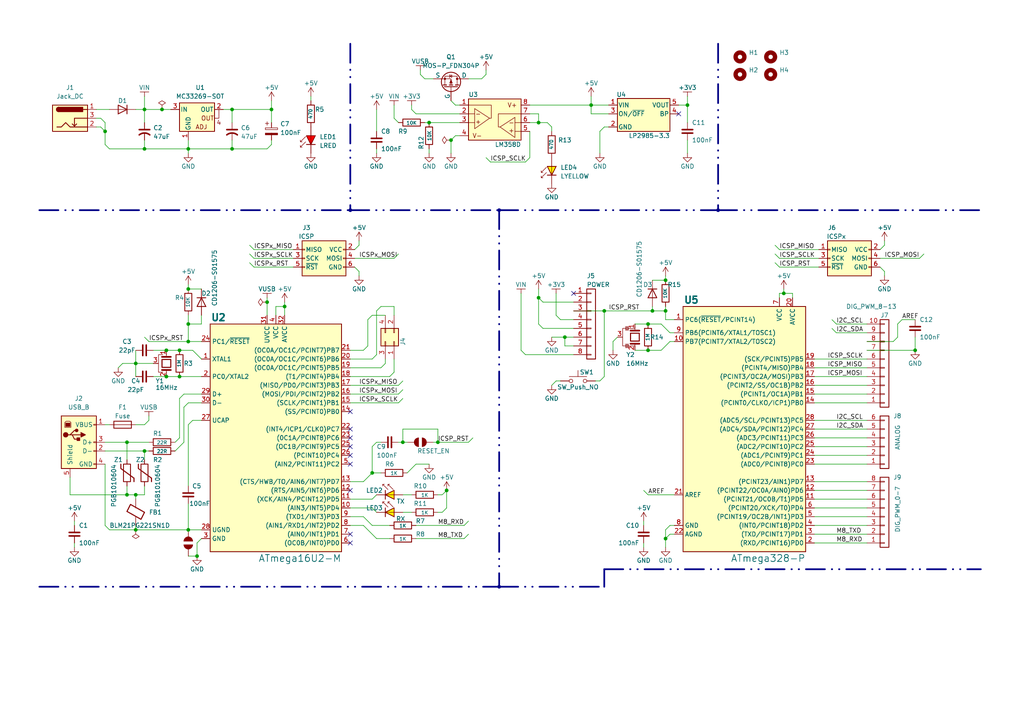
<source format=kicad_sch>
(kicad_sch (version 20230121) (generator eeschema)
  (paper "A4")
  (junction (at 129.54 142.24))
  (junction (at 82.55 88.9))
  (junction (at 199.39 30.48))
  (junction (at 48.26 101.6))
  (junction (at 52.07 109.22))
  (junction (at 156.21 86.36))
  (junction (at 144.78 170.18))
  (junction (at 187.96 93.98))
  (junction (at 227.33 85.09))
  (junction (at 54.61 153.67))
  (junction (at 265.43 101.6))
  (junction (at 46.99 31.75))
  (junction (at 52.07 101.6))
  (junction (at 54.61 99.06))
  (junction (at 39.37 153.67))
  (junction (at 41.91 43.18))
  (junction (at 30.48 38.1))
  (junction (at 193.04 156.21))
  (junction (at 41.91 130.81))
  (junction (at 193.04 90.17))
  (junction (at 175.26 90.17))
  (junction (at 127 128.27))
  (junction (at 54.61 43.18))
  (junction (at 57.15 161.29))
  (junction (at 116.84 128.27))
  (junction (at 41.91 31.75))
  (junction (at 163.83 97.79))
  (junction (at 67.31 31.75))
  (junction (at 39.37 105.41))
  (junction (at 124.46 35.56))
  (junction (at 101.6 60.96))
  (junction (at 189.23 90.17))
  (junction (at 77.47 87.63))
  (junction (at 156.21 35.56))
  (junction (at 193.04 81.28))
  (junction (at 171.45 30.48))
  (junction (at 54.61 93.98))
  (junction (at 208.28 60.96))
  (junction (at 36.83 128.27))
  (junction (at 36.83 143.51))
  (junction (at 130.81 40.64))
  (junction (at 78.74 31.75))
  (junction (at 54.61 83.82))
  (junction (at 187.96 101.6))
  (junction (at 39.37 143.51))
  (junction (at 107.95 137.16))
  (junction (at 48.26 109.22))
  (junction (at 144.78 60.96))
  (junction (at 67.31 43.18))
  (no_connect (at 101.6 157.48))
  (no_connect (at 196.85 33.02))
  (no_connect (at 101.6 132.08))
  (no_connect (at 101.6 124.46))
  (no_connect (at 166.37 85.09))
  (no_connect (at 101.6 142.24))
  (no_connect (at 101.6 134.62))
  (no_connect (at 101.6 154.94))
  (no_connect (at 101.6 129.54))
  (no_connect (at 101.6 127))
  (no_connect (at 101.6 119.38))
  (wire (pts (xy 129.54 142.24) (xy 128.27 143.51)))
  (wire (pts (xy 31.75 153.67) (xy 39.37 153.67)))
  (wire (pts (xy 21.59 151.13) (xy 21.59 152.4)))
  (wire (pts (xy 236.22 124.46) (xy 251.46 124.46)))
  (wire (pts (xy 107.95 91.44) (xy 111.76 91.44)))
  (wire (pts (xy 107.95 129.54) (xy 107.95 137.16)))
  (wire (pts (xy 41.91 31.75) (xy 46.99 31.75)))
  (wire (pts (xy 114.3 107.95) (xy 113.03 109.22)))
  (wire (pts (xy 156.21 33.02) (xy 156.21 35.56)))
  (bus (pts (xy 175.26 165.1) (xy 284.48 165.1)) (stroke (width 0.5) (type dash_dot_dot)))
  (wire (pts (xy 30.48 130.81) (xy 41.91 130.81)))
  (wire (pts (xy 171.45 33.02) (xy 176.53 33.02)))
  (wire (pts (xy 224.79 71.12) (xy 226.06 72.39)))
  (wire (pts (xy 166.37 95.25) (xy 157.48 95.25)))
  (wire (pts (xy 58.42 104.14) (xy 55.88 101.6)))
  (wire (pts (xy 80.01 88.9) (xy 82.55 88.9)))
  (wire (pts (xy 195.58 152.4) (xy 194.31 152.4)))
  (wire (pts (xy 73.66 77.47) (xy 85.09 77.47)))
  (wire (pts (xy 55.88 121.92) (xy 54.61 123.19)))
  (wire (pts (xy 39.37 123.19) (xy 41.91 123.19)))
  (wire (pts (xy 120.65 33.02) (xy 133.35 33.02)))
  (wire (pts (xy 44.45 101.6) (xy 48.26 101.6)))
  (bus (pts (xy 11.43 170.18) (xy 144.78 170.18)) (stroke (width 0.5) (type dash_dot_dot)))
  (wire (pts (xy 255.27 77.47) (xy 256.54 78.74)))
  (wire (pts (xy 54.61 93.98) (xy 54.61 99.06)))
  (wire (pts (xy 116.84 128.27) (xy 115.57 128.27)))
  (wire (pts (xy 39.37 152.4) (xy 39.37 153.67)))
  (wire (pts (xy 31.75 43.18) (xy 41.91 43.18)))
  (wire (pts (xy 166.37 102.87) (xy 152.4 102.87)))
  (wire (pts (xy 127 124.46) (xy 127 128.27)))
  (wire (pts (xy 35.56 105.41) (xy 34.29 106.68)))
  (wire (pts (xy 160.02 36.83) (xy 158.75 35.56)))
  (wire (pts (xy 124.46 43.18) (xy 124.46 44.45)))
  (wire (pts (xy 173.99 38.1) (xy 173.99 44.45)))
  (wire (pts (xy 236.22 121.92) (xy 251.46 121.92)))
  (wire (pts (xy 111.76 104.14) (xy 111.76 105.41)))
  (wire (pts (xy 82.55 88.9) (xy 82.55 91.44)))
  (wire (pts (xy 236.22 129.54) (xy 251.46 129.54)))
  (wire (pts (xy 29.21 36.83) (xy 30.48 38.1)))
  (wire (pts (xy 121.92 20.32) (xy 121.92 21.59)))
  (wire (pts (xy 82.55 87.63) (xy 82.55 88.9)))
  (wire (pts (xy 114.3 104.14) (xy 114.3 107.95)))
  (wire (pts (xy 119.38 30.48) (xy 119.38 31.75)))
  (wire (pts (xy 227.33 83.82) (xy 227.33 85.09)))
  (wire (pts (xy 134.62 156.21) (xy 135.89 154.94)))
  (wire (pts (xy 242.57 96.52) (xy 251.46 96.52)))
  (wire (pts (xy 160.02 38.1) (xy 160.02 36.83)))
  (wire (pts (xy 30.48 41.91) (xy 30.48 38.1)))
  (wire (pts (xy 256.54 69.85) (xy 256.54 71.12)))
  (wire (pts (xy 114.3 74.93) (xy 115.57 73.66)))
  (wire (pts (xy 109.22 43.18) (xy 109.22 44.45)))
  (wire (pts (xy 106.68 100.33) (xy 105.41 101.6)))
  (wire (pts (xy 107.95 91.44) (xy 106.68 92.71)))
  (wire (pts (xy 114.3 88.9) (xy 110.49 88.9)))
  (wire (pts (xy 256.54 78.74) (xy 256.54 80.01)))
  (wire (pts (xy 236.22 157.48) (xy 251.46 157.48)))
  (wire (pts (xy 101.6 147.32) (xy 107.95 147.32)))
  (wire (pts (xy 153.67 30.48) (xy 171.45 30.48)))
  (wire (pts (xy 20.32 138.43) (xy 20.32 143.51)))
  (wire (pts (xy 115.57 116.84) (xy 116.84 115.57)))
  (bus (pts (xy 144.78 60.96) (xy 208.28 60.96)) (stroke (width 0.5) (type dash_dot_dot)))
  (wire (pts (xy 30.48 35.56) (xy 30.48 38.1)))
  (wire (pts (xy 110.49 128.27) (xy 109.22 128.27)))
  (wire (pts (xy 27.94 36.83) (xy 29.21 36.83)))
  (wire (pts (xy 194.31 152.4) (xy 193.04 153.67)))
  (wire (pts (xy 236.22 114.3) (xy 251.46 114.3)))
  (wire (pts (xy 193.04 80.01) (xy 193.04 81.28)))
  (wire (pts (xy 54.61 43.18) (xy 67.31 43.18)))
  (wire (pts (xy 132.08 39.37) (xy 133.35 39.37)))
  (wire (pts (xy 123.19 22.86) (xy 125.73 22.86)))
  (wire (pts (xy 193.04 90.17) (xy 193.04 92.71)))
  (wire (pts (xy 199.39 40.64) (xy 199.39 44.45)))
  (wire (pts (xy 175.26 90.17) (xy 175.26 109.22)))
  (wire (pts (xy 236.22 147.32) (xy 251.46 147.32)))
  (wire (pts (xy 30.48 134.62) (xy 30.48 152.4)))
  (wire (pts (xy 106.68 92.71) (xy 106.68 100.33)))
  (wire (pts (xy 160.02 97.79) (xy 163.83 97.79)))
  (wire (pts (xy 140.97 21.59) (xy 139.7 22.86)))
  (wire (pts (xy 101.6 106.68) (xy 110.49 106.68)))
  (wire (pts (xy 236.22 154.94) (xy 251.46 154.94)))
  (wire (pts (xy 153.67 38.1) (xy 153.67 45.72)))
  (wire (pts (xy 127 128.27) (xy 125.73 128.27)))
  (wire (pts (xy 104.14 69.85) (xy 104.14 71.12)))
  (wire (pts (xy 110.49 88.9) (xy 109.22 90.17)))
  (wire (pts (xy 162.56 110.49) (xy 161.29 110.49)))
  (wire (pts (xy 163.83 97.79) (xy 163.83 100.33)))
  (wire (pts (xy 236.22 139.7) (xy 251.46 139.7)))
  (wire (pts (xy 236.22 106.68) (xy 251.46 106.68)))
  (wire (pts (xy 194.31 154.94) (xy 193.04 156.21)))
  (wire (pts (xy 78.74 29.21) (xy 78.74 31.75)))
  (wire (pts (xy 124.46 134.62) (xy 120.65 134.62)))
  (wire (pts (xy 78.74 40.64) (xy 78.74 41.91)))
  (wire (pts (xy 101.6 152.4) (xy 105.41 152.4)))
  (wire (pts (xy 135.89 128.27) (xy 137.16 127)))
  (wire (pts (xy 29.21 34.29) (xy 30.48 35.56)))
  (wire (pts (xy 46.99 31.75) (xy 49.53 31.75)))
  (wire (pts (xy 241.3 92.71) (xy 242.57 93.98)))
  (wire (pts (xy 194.31 96.52) (xy 191.77 93.98)))
  (wire (pts (xy 120.65 33.02) (xy 119.38 31.75)))
  (wire (pts (xy 130.81 40.64) (xy 130.81 44.45)))
  (wire (pts (xy 184.15 93.98) (xy 187.96 93.98)))
  (wire (pts (xy 54.61 123.19) (xy 54.61 140.97)))
  (wire (pts (xy 77.47 43.18) (xy 78.74 41.91)))
  (wire (pts (xy 176.53 36.83) (xy 175.26 36.83)))
  (wire (pts (xy 54.61 83.82) (xy 58.42 83.82)))
  (wire (pts (xy 151.13 85.09) (xy 151.13 101.6)))
  (wire (pts (xy 115.57 111.76) (xy 116.84 110.49)))
  (bus (pts (xy 101.6 60.96) (xy 144.78 60.96)) (stroke (width 0.5) (type dash_dot_dot)))
  (wire (pts (xy 199.39 30.48) (xy 199.39 35.56)))
  (wire (pts (xy 72.39 71.12) (xy 73.66 72.39)))
  (wire (pts (xy 101.6 149.86) (xy 105.41 149.86)))
  (wire (pts (xy 41.91 40.64) (xy 41.91 43.18)))
  (wire (pts (xy 171.45 30.48) (xy 171.45 33.02)))
  (wire (pts (xy 41.91 97.79) (xy 43.18 99.06)))
  (wire (pts (xy 39.37 105.41) (xy 44.45 105.41)))
  (wire (pts (xy 101.6 144.78) (xy 107.95 144.78)))
  (wire (pts (xy 195.58 96.52) (xy 194.31 96.52)))
  (wire (pts (xy 153.67 35.56) (xy 156.21 35.56)))
  (wire (pts (xy 255.27 74.93) (xy 266.7 74.93)))
  (wire (pts (xy 73.66 72.39) (xy 85.09 72.39)))
  (wire (pts (xy 193.04 158.75) (xy 193.04 156.21)))
  (wire (pts (xy 109.22 90.17) (xy 109.22 102.87)))
  (wire (pts (xy 102.87 72.39) (xy 104.14 71.12)))
  (wire (pts (xy 39.37 105.41) (xy 39.37 109.22)))
  (wire (pts (xy 67.31 35.56) (xy 67.31 31.75)))
  (wire (pts (xy 261.62 92.71) (xy 265.43 92.71)))
  (bus (pts (xy 11.43 60.96) (xy 101.6 60.96)) (stroke (width 0.5) (type dash_dot_dot)))
  (wire (pts (xy 163.83 100.33) (xy 166.37 100.33)))
  (wire (pts (xy 77.47 87.63) (xy 77.47 91.44)))
  (wire (pts (xy 72.39 76.2) (xy 73.66 77.47)))
  (bus (pts (xy 208.28 12.7) (xy 208.28 60.96)) (stroke (width 0.5) (type dash_dot_dot)))
  (wire (pts (xy 251.46 101.6) (xy 265.43 101.6)))
  (wire (pts (xy 58.42 91.44) (xy 58.42 93.98)))
  (wire (pts (xy 43.18 99.06) (xy 54.61 99.06)))
  (wire (pts (xy 157.48 95.25) (xy 156.21 93.98)))
  (wire (pts (xy 54.61 44.45) (xy 54.61 43.18)))
  (wire (pts (xy 109.22 102.87) (xy 107.95 104.14)))
  (wire (pts (xy 193.04 88.9) (xy 193.04 90.17)))
  (wire (pts (xy 236.22 109.22) (xy 251.46 109.22)))
  (wire (pts (xy 67.31 31.75) (xy 64.77 31.75)))
  (wire (pts (xy 135.89 22.86) (xy 139.7 22.86)))
  (wire (pts (xy 78.74 31.75) (xy 67.31 31.75)))
  (wire (pts (xy 54.61 40.64) (xy 54.61 43.18)))
  (wire (pts (xy 57.15 157.48) (xy 57.15 161.29)))
  (wire (pts (xy 129.54 142.24) (xy 129.54 147.32)))
  (wire (pts (xy 124.46 35.56) (xy 133.35 35.56)))
  (wire (pts (xy 107.95 137.16) (xy 110.49 137.16)))
  (wire (pts (xy 140.97 20.32) (xy 140.97 21.59)))
  (wire (pts (xy 161.29 110.49) (xy 160.02 111.76)))
  (wire (pts (xy 120.65 156.21) (xy 134.62 156.21)))
  (wire (pts (xy 118.11 137.16) (xy 120.65 134.62)))
  (wire (pts (xy 242.57 93.98) (xy 251.46 93.98)))
  (wire (pts (xy 90.17 27.94) (xy 90.17 29.21)))
  (wire (pts (xy 72.39 73.66) (xy 73.66 74.93)))
  (wire (pts (xy 115.57 114.3) (xy 116.84 113.03)))
  (wire (pts (xy 265.43 97.79) (xy 265.43 101.6)))
  (wire (pts (xy 266.7 74.93) (xy 267.97 73.66)))
  (wire (pts (xy 105.41 149.86) (xy 107.95 152.4)))
  (wire (pts (xy 54.61 153.67) (xy 58.42 153.67)))
  (wire (pts (xy 157.48 87.63) (xy 156.21 86.36)))
  (wire (pts (xy 107.95 144.78) (xy 109.22 143.51)))
  (wire (pts (xy 152.4 102.87) (xy 151.13 101.6)))
  (wire (pts (xy 116.84 128.27) (xy 118.11 128.27)))
  (wire (pts (xy 186.69 151.13) (xy 186.69 152.4)))
  (wire (pts (xy 54.61 93.98) (xy 58.42 93.98)))
  (wire (pts (xy 54.61 82.55) (xy 54.61 83.82)))
  (wire (pts (xy 52.07 109.22) (xy 58.42 109.22)))
  (wire (pts (xy 54.61 91.44) (xy 54.61 93.98)))
  (wire (pts (xy 251.46 99.06) (xy 259.08 99.06)))
  (wire (pts (xy 226.06 77.47) (xy 237.49 77.47)))
  (wire (pts (xy 67.31 40.64) (xy 67.31 43.18)))
  (wire (pts (xy 41.91 130.81) (xy 41.91 133.35)))
  (bus (pts (xy 144.78 60.96) (xy 144.78 170.18)) (stroke (width 0.5) (type dash_dot_dot)))
  (wire (pts (xy 236.22 152.4) (xy 251.46 152.4)))
  (wire (pts (xy 156.21 35.56) (xy 158.75 35.56)))
  (wire (pts (xy 52.07 115.57) (xy 52.07 127)))
  (bus (pts (xy 144.78 170.18) (xy 175.26 170.18)) (stroke (width 0.5) (type dash_dot_dot)))
  (wire (pts (xy 58.42 114.3) (xy 53.34 114.3)))
  (wire (pts (xy 30.48 128.27) (xy 36.83 128.27)))
  (wire (pts (xy 166.37 92.71) (xy 162.56 92.71)))
  (wire (pts (xy 36.83 143.51) (xy 39.37 143.51)))
  (wire (pts (xy 127 148.59) (xy 128.27 148.59)))
  (wire (pts (xy 39.37 153.67) (xy 54.61 153.67)))
  (wire (pts (xy 189.23 81.28) (xy 193.04 81.28)))
  (wire (pts (xy 236.22 142.24) (xy 251.46 142.24)))
  (wire (pts (xy 107.95 137.16) (xy 105.41 139.7)))
  (wire (pts (xy 224.79 73.66) (xy 226.06 74.93)))
  (wire (pts (xy 58.42 99.06) (xy 54.61 99.06)))
  (wire (pts (xy 196.85 30.48) (xy 199.39 30.48)))
  (wire (pts (xy 189.23 90.17) (xy 193.04 90.17)))
  (wire (pts (xy 58.42 116.84) (xy 54.61 116.84)))
  (wire (pts (xy 259.08 99.06) (xy 260.35 97.79)))
  (wire (pts (xy 44.45 109.22) (xy 48.26 109.22)))
  (wire (pts (xy 53.34 114.3) (xy 52.07 115.57)))
  (wire (pts (xy 227.33 85.09) (xy 229.87 85.09)))
  (wire (pts (xy 132.08 39.37) (xy 130.81 40.64)))
  (wire (pts (xy 43.18 120.65) (xy 43.18 121.92)))
  (wire (pts (xy 229.87 85.09) (xy 229.87 86.36)))
  (wire (pts (xy 187.96 101.6) (xy 191.77 101.6)))
  (wire (pts (xy 55.88 121.92) (xy 58.42 121.92)))
  (wire (pts (xy 187.96 93.98) (xy 191.77 93.98)))
  (wire (pts (xy 236.22 116.84) (xy 251.46 116.84)))
  (wire (pts (xy 41.91 140.97) (xy 41.91 143.51)))
  (wire (pts (xy 102.87 74.93) (xy 114.3 74.93)))
  (wire (pts (xy 73.66 74.93) (xy 85.09 74.93)))
  (wire (pts (xy 236.22 144.78) (xy 251.46 144.78)))
  (wire (pts (xy 116.84 148.59) (xy 119.38 148.59)))
  (wire (pts (xy 123.19 22.86) (xy 121.92 21.59)))
  (wire (pts (xy 236.22 132.08) (xy 251.46 132.08)))
  (wire (pts (xy 113.03 156.21) (xy 109.22 156.21)))
  (wire (pts (xy 171.45 30.48) (xy 176.53 30.48)))
  (wire (pts (xy 39.37 101.6) (xy 39.37 105.41)))
  (wire (pts (xy 54.61 146.05) (xy 54.61 153.67)))
  (wire (pts (xy 58.42 156.21) (xy 57.15 157.48)))
  (wire (pts (xy 236.22 149.86) (xy 251.46 149.86)))
  (wire (pts (xy 194.31 99.06) (xy 191.77 101.6)))
  (wire (pts (xy 236.22 104.14) (xy 251.46 104.14)))
  (wire (pts (xy 111.76 105.41) (xy 110.49 106.68)))
  (wire (pts (xy 236.22 134.62) (xy 251.46 134.62)))
  (wire (pts (xy 102.87 77.47) (xy 104.14 78.74)))
  (wire (pts (xy 20.32 143.51) (xy 36.83 143.51)))
  (wire (pts (xy 193.04 92.71) (xy 195.58 92.71)))
  (wire (pts (xy 41.91 43.18) (xy 54.61 43.18)))
  (bus (pts (xy 175.26 170.18) (xy 175.26 165.1)) (stroke (width 0.5) (type dash_dot_dot)))
  (wire (pts (xy 171.45 27.94) (xy 171.45 30.48)))
  (wire (pts (xy 54.61 116.84) (xy 53.34 118.11)))
  (wire (pts (xy 114.3 88.9) (xy 114.3 91.44)))
  (wire (pts (xy 52.07 127) (xy 50.8 128.27)))
  (wire (pts (xy 109.22 31.75) (xy 109.22 38.1)))
  (wire (pts (xy 101.6 116.84) (xy 115.57 116.84)))
  (wire (pts (xy 226.06 72.39) (xy 237.49 72.39)))
  (wire (pts (xy 194.31 99.06) (xy 195.58 99.06)))
  (wire (pts (xy 80.01 88.9) (xy 80.01 91.44)))
  (wire (pts (xy 54.61 161.29) (xy 57.15 161.29)))
  (wire (pts (xy 152.4 46.99) (xy 142.24 46.99)))
  (wire (pts (xy 39.37 144.78) (xy 39.37 143.51)))
  (wire (pts (xy 153.67 45.72) (xy 152.4 46.99)))
  (wire (pts (xy 36.83 128.27) (xy 43.18 128.27)))
  (wire (pts (xy 101.6 104.14) (xy 107.95 104.14)))
  (wire (pts (xy 39.37 31.75) (xy 41.91 31.75)))
  (wire (pts (xy 177.8 99.06) (xy 177.8 101.6)))
  (wire (pts (xy 27.94 31.75) (xy 31.75 31.75)))
  (wire (pts (xy 43.18 121.92) (xy 41.91 123.19)))
  (wire (pts (xy 21.59 157.48) (xy 21.59 158.75)))
  (wire (pts (xy 30.48 152.4) (xy 31.75 153.67)))
  (bus (pts (xy 208.28 60.96) (xy 285.75 60.96)) (stroke (width 0.5) (type dash_dot_dot)))
  (wire (pts (xy 175.26 36.83) (xy 173.99 38.1)))
  (wire (pts (xy 116.84 124.46) (xy 116.84 128.27)))
  (wire (pts (xy 161.29 85.09) (xy 161.29 91.44)))
  (wire (pts (xy 189.23 88.9) (xy 189.23 90.17)))
  (wire (pts (xy 107.95 152.4) (xy 113.03 152.4)))
  (wire (pts (xy 30.48 123.19) (xy 31.75 123.19)))
  (wire (pts (xy 226.06 85.09) (xy 227.33 85.09)))
  (wire (pts (xy 109.22 156.21) (xy 105.41 152.4)))
  (wire (pts (xy 101.6 109.22) (xy 113.03 109.22)))
  (wire (pts (xy 132.08 30.48) (xy 133.35 30.48)))
  (wire (pts (xy 120.65 152.4) (xy 134.62 152.4)))
  (wire (pts (xy 36.83 128.27) (xy 36.83 133.35)))
  (wire (pts (xy 195.58 143.51) (xy 187.96 143.51)))
  (wire (pts (xy 41.91 130.81) (xy 43.18 130.81)))
  (wire (pts (xy 53.34 128.27) (xy 50.8 130.81)))
  (wire (pts (xy 39.37 143.51) (xy 41.91 143.51)))
  (wire (pts (xy 153.67 33.02) (xy 156.21 33.02)))
  (wire (pts (xy 116.84 124.46) (xy 127 124.46)))
  (wire (pts (xy 109.22 128.27) (xy 107.95 129.54)))
  (wire (pts (xy 166.37 87.63) (xy 157.48 87.63)))
  (wire (pts (xy 193.04 153.67) (xy 193.04 156.21)))
  (wire (pts (xy 36.83 140.97) (xy 36.83 143.51)))
  (wire (pts (xy 236.22 111.76) (xy 251.46 111.76)))
  (wire (pts (xy 134.62 152.4) (xy 135.89 151.13)))
  (wire (pts (xy 48.26 101.6) (xy 52.07 101.6)))
  (wire (pts (xy 114.3 30.48) (xy 114.3 34.29)))
  (wire (pts (xy 179.07 97.79) (xy 177.8 99.06)))
  (wire (pts (xy 116.84 143.51) (xy 119.38 143.51)))
  (wire (pts (xy 156.21 86.36) (xy 156.21 93.98)))
  (wire (pts (xy 107.95 147.32) (xy 109.22 148.59)))
  (wire (pts (xy 48.26 109.22) (xy 52.07 109.22)))
  (wire (pts (xy 114.3 34.29) (xy 115.57 35.56)))
  (wire (pts (xy 78.74 35.56) (xy 78.74 31.75)))
  (wire (pts (xy 260.35 93.98) (xy 261.62 92.71)))
  (wire (pts (xy 101.6 101.6) (xy 105.41 101.6)))
  (wire (pts (xy 162.56 92.71) (xy 161.29 91.44)))
  (wire (pts (xy 173.99 110.49) (xy 175.26 109.22)))
  (wire (pts (xy 172.72 110.49) (xy 173.99 110.49)))
  (wire (pts (xy 104.14 78.74) (xy 104.14 80.01)))
  (wire (pts (xy 184.15 101.6) (xy 187.96 101.6)))
  (wire (pts (xy 52.07 101.6) (xy 55.88 101.6)))
  (wire (pts (xy 186.69 142.24) (xy 187.96 143.51)))
  (wire (pts (xy 195.58 154.94) (xy 194.31 154.94)))
  (wire (pts (xy 255.27 72.39) (xy 256.54 71.12)))
  (wire (pts (xy 27.94 34.29) (xy 29.21 34.29)))
  (wire (pts (xy 35.56 105.41) (xy 39.37 105.41)))
  (bus (pts (xy 101.6 12.7) (xy 101.6 60.96)) (stroke (width 0.5) (type dash_dot_dot)))
  (wire (pts (xy 226.06 85.09) (xy 226.06 86.36)))
  (wire (pts (xy 41.91 27.94) (xy 41.91 31.75)))
  (wire (pts (xy 260.35 97.79) (xy 260.35 93.98)))
  (wire (pts (xy 156.21 83.82) (xy 156.21 86.36)))
  (wire (pts (xy 127 143.51) (xy 128.27 143.51)))
  (wire (pts (xy 236.22 127) (xy 251.46 127)))
  (wire (pts (xy 226.06 74.93) (xy 237.49 74.93)))
  (wire (pts (xy 241.3 95.25) (xy 242.57 96.52)))
  (wire (pts (xy 67.31 43.18) (xy 77.47 43.18)))
  (wire (pts (xy 175.26 90.17) (xy 189.23 90.17)))
  (wire (pts (xy 224.79 76.2) (xy 226.06 77.47)))
  (wire (pts (xy 186.69 157.48) (xy 186.69 158.75)))
  (wire (pts (xy 123.19 35.56) (xy 124.46 35.56)))
  (wire (pts (xy 140.97 45.72) (xy 142.24 46.99)))
  (wire (pts (xy 101.6 111.76) (xy 115.57 111.76)))
  (wire (pts (xy 199.39 27.94) (xy 199.39 30.48)))
  (wire (pts (xy 101.6 139.7) (xy 105.41 139.7)))
  (wire (pts (xy 41.91 31.75) (xy 41.91 35.56)))
  (wire (pts (xy 101.6 114.3) (xy 115.57 114.3)))
  (wire (pts (xy 129.54 147.32) (xy 128.27 148.59)))
  (wire (pts (xy 166.37 90.17) (xy 175.26 90.17)))
  (wire (pts (xy 77.47 86.36) (xy 77.47 87.63)))
  (wire (pts (xy 163.83 97.79) (xy 166.37 97.79)))
  (wire (pts (xy 127 128.27) (xy 135.89 128.27)))
  (wire (pts (xy 130.81 29.21) (xy 132.08 30.48)))
  (wire (pts (xy 30.48 41.91) (xy 31.75 43.18)))
  (wire (pts (xy 53.34 118.11) (xy 53.34 128.27)))
  (label "ICSPx_MISO" (at 73.66 72.39 0))
  (label "M8_TXD" (at 242.57 154.94 0))
  (label "ICSPx_MOSI" (at 104.14 74.93 0))
  (label "I2C_SDA" (at 242.57 124.46 0))
  (label "ICSPx_RST" (at 73.66 77.47 0))
  (label "ICSP_MISO" (at 240.03 106.68 0))
  (label "ICSP_RST" (at 176.53 90.17 0))
  (label "ICSP_SCLK" (at 226.06 74.93 0))
  (label "I2C_SDA" (at 242.57 96.52 0))
  (label "AREF" (at 187.96 143.51 0))
  (label "ICSP_RST" (at 127 128.27 0))
  (label "M8_RXD" (at 242.57 157.48 0))
  (label "ICSPx_MISO" (at 104.14 111.76 0))
  (label "ICSP_RST" (at 226.06 77.47 0))
  (label "ICSP_SCLK" (at 240.03 104.14 0))
  (label "I2C_SCL" (at 242.57 93.98 0))
  (label "ICSP_MISO" (at 226.06 72.39 0))
  (label "ICSP_MOSI" (at 240.03 109.22 0))
  (label "ICSP_MOSI" (at 256.54 74.93 0))
  (label "M8_TXD" (at 127 156.21 0))
  (label "M8_RXD" (at 127 152.4 0))
  (label "ICSPx_MOSI" (at 104.14 114.3 0))
  (label "ICSPx_SCLK" (at 104.14 116.84 0))
  (label "ICSP_SCLK" (at 142.24 46.99 0))
  (label "ICSPx_SCLK" (at 73.66 74.93 0))
  (label "I2C_SCL" (at 242.57 121.92 0))
  (label "ICSPx_RST" (at 43.18 99.06 0))
  (label "AREF" (at 261.62 92.71 0))
  (symbol (lib_id "01pyzGeneral:GND") (at 124.46 134.62 0) (unit 1)
    (property "Reference" "#PWR022" (effects hide))
    (property "Value" "GND" (at 124.46 138.43 0))
  )
  (symbol (lib_id "02pyzPassive:R") (at 52.07 105.41 270) (unit 1)
    (property "Reference" "R3" (at 54.61 105.41 90))
    (property "Value" "1M" (at 51.97 105.41 0) (effects (font (size 1 1))))
    (property "Footprint" "02pyzPassive:R_0805_HandSolder" (effects hide))
  )
  (symbol (lib_id "04pyzConnector:Header_6P") (at 256.54 128.27 0) (mirror x) (unit 1)
    (property "Reference" "J8" (at 259.08 120.65 0) (effects (justify left)))
    (property "Value" "ANALOG" (at 260.35 123.19 90) (effects (justify left)))
    (property "Footprint" "04pyzConnector:PinSocket_1x06_P2.54mm_Vertical" (effects hide))
  )
  (symbol (lib_id "01pyzGeneral:GND") (at 109.22 44.45 0) (unit 1)
    (property "Reference" "#PWR017" (effects hide))
    (property "Value" "GND" (at 109.22 48.26 0))
  )
  (symbol (lib_id "02pyzPassive:R") (at 123.19 143.51 0) (unit 1)
    (property "Reference" "R10" (at 121.92 140.97 0))
    (property "Value" "1K" (at 123.19 143.61 0) (effects (font (size 1 1))))
    (property "Footprint" "02pyzPassive:R_0805_HandSolder" (effects hide))
  )
  (symbol (lib_id "02pyzPassive:C_Polar") (at 41.91 38.1 0) (unit 1)
    (property "Reference" "C2" (at 44.45 37.084 0) (effects (justify left)))
    (property "Value" "47uF" (at 44.45 39.624 0) (effects (justify left)))
    (property "Footprint" "02pyzPassive:C_Radial_D4.0mm_H5.0mm_P1.50mm" (effects hide))
  )
  (symbol (lib_id "01pyzGeneral:+5V") (at 171.45 27.94 0) (unit 1)
    (property "Reference" "#PWR032" (effects hide))
    (property "Value" "+5V" (at 171.45 24.13 0))
  )
  (symbol (lib_id "01pyzGeneral:+3V3") (at 161.29 85.09 0) (unit 1)
    (property "Reference" "#PWR031" (effects hide))
    (property "Value" "+3V3" (at 161.29 82.55 0))
  )
  (symbol (lib_id "01pyzGeneral:PWR_FLAG") (at 130.81 40.64 90) (unit 1)
    (property "Reference" "#FLG04" (effects hide))
    (property "Value" "PWR_FLAG" (effects hide))
  )
  (symbol (lib_id "02pyzPassive:Crystal_GND") (at 48.26 105.41 270) (unit 1)
    (property "Reference" "Y1" (at 45.085 110.49 90) (effects (justify left)))
    (property "Value" "16MHz" (at 45.085 112.395 90) (effects (justify left)))
    (property "Footprint" "02pyzPassive:Crystal_HC49-4H_Vertical_GND" (effects hide))
  )
  (symbol (lib_id "02pyzPassive:R") (at 119.38 35.56 0) (unit 1)
    (property "Reference" "R9" (at 116.84 38.1 0))
    (property "Value" "10K" (at 119.38 35.66 0) (effects (font (size 1 1))))
    (property "Footprint" "02pyzPassive:R_0805_HandSolder" (effects hide))
  )
  (symbol (lib_id "01pyzGeneral:+5V") (at 78.74 29.21 0) (unit 1)
    (property "Reference" "#PWR010" (effects hide))
    (property "Value" "+5V" (at 78.74 25.4 0))
  )
  (symbol (lib_id "04pyzConnector:AVR-ISP-6") (at 93.98 74.93 0) (unit 1)
    (property "Reference" "J3" (at 88.9 66.04 0))
    (property "Value" "ICSP" (at 88.9 68.58 0))
    (property "Footprint" "04pyzConnector:PinHeader_2x03_P2.54mm_Vertical" (effects hide))
    (property "Datasheet" " ~" (effects hide))
  )
  (symbol (lib_id "01pyzGeneral:GND") (at 124.46 44.45 0) (unit 1)
    (property "Reference" "#PWR021" (effects hide))
    (property "Value" "GND" (at 124.46 48.26 0))
  )
  (symbol (lib_id "04pyzConnector:Conn_02x02") (at 113.03 97.79 270) (mirror x) (unit 1)
    (property "Reference" "J4" (at 116.84 99.06 0))
    (property "Value" "Conn_02x02" (effects hide))
    (property "Footprint" "04pyzConnector:PinHeader_2x02_P2.54mm_Vertical" (effects hide))
  )
  (symbol (lib_id "04pyzConnector:AVR-ISP-6") (at 246.38 74.93 0) (unit 1)
    (property "Reference" "J6" (at 241.3 66.04 0))
    (property "Value" "ICSPx" (at 242.57 68.58 0))
    (property "Footprint" "04pyzConnector:PinHeader_2x03_P2.54mm_Vertical" (effects hide))
    (property "Datasheet" " ~" (effects hide))
  )
  (symbol (lib_id "01pyzGeneral:PWR_FLAG") (at 77.47 87.63 90) (unit 1)
    (property "Reference" "#FLG03" (effects hide))
    (property "Value" "PWR_FLAG" (effects hide))
  )
  (symbol (lib_id "01pyzGeneral:PWR_FLAG") (at 39.37 153.67 180) (unit 1)
    (property "Reference" "#FLG01" (effects hide))
    (property "Value" "PWR_FLAG" (effects hide))
  )
  (symbol (lib_id "01pyzGeneral:+5V") (at 186.69 151.13 0) (unit 1)
    (property "Reference" "#PWR035" (effects hide))
    (property "Value" "+5V" (at 186.69 147.32 0))
  )
  (symbol (lib_id "01pyzGeneral:VUSB") (at 77.47 86.36 0) (unit 1)
    (property "Reference" "#PWR09" (effects hide))
    (property "Value" "VUSB" (at 77.47 83.82 0))
  )
  (symbol (lib_id "01pyzGeneral:MountingHole") (at 214.63 21.59 0) (unit 1)
    (property "Reference" "H2" (at 217.17 20.32 0) (effects (justify left)))
    (property "Value" "MountingHole" (effects hide))
    (property "Footprint" "01pyzGeneral:MountingHole_3.2mm_M3" (effects hide))
  )
  (symbol (lib_id "02pyzPassive:C") (at 113.03 128.27 270) (mirror x) (unit 1)
    (property "Reference" "C9" (at 109.22 129.54 90) (effects (justify left)))
    (property "Value" "100nF" (at 109.22 132.08 90) (effects (justify left)))
    (property "Footprint" "02pyzPassive:C_0805_HandSolder" (effects hide))
  )
  (symbol (lib_id "04pyzConnector:Jack_DC") (at 20.32 34.29 0) (unit 1)
    (property "Reference" "J1" (at 20.32 25.4 0))
    (property "Value" "Jack_DC" (at 20.32 27.94 0))
    (property "Footprint" "04pyzConnector:JackDC_Input_3.5mm" (effects hide))
  )
  (symbol (lib_id "02pyzPassive:R") (at 114.3 137.16 0) (unit 1)
    (property "Reference" "R6" (at 113.03 134.62 0))
    (property "Value" "1K" (at 114.3 137.26 0) (effects (font (size 1 1))))
    (property "Footprint" "02pyzPassive:R_0805_HandSolder" (effects hide))
  )
  (symbol (lib_id "03pyzActive:D") (at 58.42 87.63 270) (unit 1)
    (property "Reference" "D2" (at 58.42 85.09 90) (effects (justify left)))
    (property "Value" "CD1206-S01575" (at 62.23 72.39 0) (effects (justify left)))
    (property "Footprint" "03pyzActive:D_1206_HandSolder" (effects hide))
    (property "Sim.Device" "D" (effects hide))
    (property "Sim.Pins" "1=K 2=A" (effects hide))
  )
  (symbol (lib_id "04pyzConnector:Header_8P") (at 256.54 148.59 0) (mirror x) (unit 1)
    (property "Reference" "J9" (at 259.08 138.43 0) (effects (justify left)))
    (property "Value" "DIG_PWM_0-7" (at 260.35 140.97 90) (effects (justify left)))
    (property "Footprint" "04pyzConnector:PinSocket_1x08_P2.54mm_Vertical" (effects hide))
  )
  (symbol (lib_id "02pyzPassive:R") (at 124.46 39.37 90) (unit 1)
    (property "Reference" "R12" (at 122.174 41.402 0))
    (property "Value" "10K" (at 124.56 39.37 0) (effects (font (size 1 1))))
    (property "Footprint" "02pyzPassive:R_0805_HandSolder" (effects hide))
  )
  (symbol (lib_id "02pyzPassive:Varistor") (at 36.83 137.16 90) (unit 1)
    (property "Reference" "Z1" (at 33.02 133.35 90) (effects (justify right)))
    (property "Value" "PGB1010604" (at 33.02 134.62 0) (effects (justify right)))
    (property "Footprint" "02pyzPassive:C_0603_HandSolder" (effects hide))
  )
  (symbol (lib_id "01pyzGeneral:GND") (at 177.8 101.6 0) (unit 1)
    (property "Reference" "#PWR034" (effects hide))
    (property "Value" "GND" (at 177.8 105.41 0))
  )
  (symbol (lib_id "07pyzIC_MCU:ATmega16U2-M") (at 80.01 127 0) (unit 1)
    (property "Reference" "U2" (at 60.96 92.075 0) (effects (font (size 2 2) bold) (justify left)))
    (property "Value" "ATmega16U2-M" (at 99.06 161.925 0) (effects (font (size 2 2)) (justify right)))
    (property "Footprint" "Package_DFN_QFN:QFN-32-1EP_5x5mm_P0.5mm_EP3.1x3.1mm" (effects hide))
    (property "Datasheet" "http://ww1.microchip.com/downloads/en/DeviceDoc/doc7799.pdf" (effects hide))
  )
  (symbol (lib_id "01pyzGeneral:VUSB") (at 43.18 120.65 0) (unit 1)
    (property "Reference" "#PWR05" (effects hide))
    (property "Value" "VUSB" (at 43.18 118.11 0))
  )
  (symbol (lib_id "01pyzGeneral:+5V") (at 256.54 69.85 0) (unit 1)
    (property "Reference" "#PWR042" (effects hide))
    (property "Value" "+5V" (at 256.54 66.04 0))
  )
  (symbol (lib_id "02pyzPassive:R") (at 193.04 85.09 270) (unit 1)
    (property "Reference" "R15" (at 195.58 82.55 90))
    (property "Value" "10K" (at 192.94 85.09 0) (effects (font (size 1 1))))
    (property "Footprint" "02pyzPassive:R_0805_HandSolder" (effects hide))
  )
  (symbol (lib_id "02pyzPassive:Fuse") (at 35.56 123.19 0) (unit 1)
    (property "Reference" "F1" (at 35.56 118.11 0))
    (property "Value" "Fuse" (at 35.56 120.65 0))
    (property "Footprint" "02pyzPassive:C_1206_HandSolder" (effects hide))
  )
  (symbol (lib_id "01pyzGeneral:GND") (at 186.69 158.75 0) (unit 1)
    (property "Reference" "#PWR036" (effects hide))
    (property "Value" "GND" (at 186.69 162.56 0))
  )
  (symbol (lib_id "01pyzGeneral:GND") (at 160.02 111.76 0) (unit 1)
    (property "Reference" "#PWR030" (effects hide))
    (property "Value" "GND" (at 160.02 115.57 0))
  )
  (symbol (lib_id "02pyzPassive:C") (at 41.91 101.6 90) (unit 1)
    (property "Reference" "C3" (at 36.83 99.06 90))
    (property "Value" "22pF" (at 36.83 101.6 90))
    (property "Footprint" "02pyzPassive:C_0805_HandSolder" (effects hide))
  )
  (symbol (lib_id "01pyzGeneral:VIN") (at 151.13 85.09 0) (unit 1)
    (property "Reference" "#PWR026" (effects hide))
    (property "Value" "VIN" (at 151.13 82.55 0))
  )
  (symbol (lib_id "03pyzActive:LYELLOW") (at 113.03 143.51 0) (unit 1)
    (property "Reference" "LED2" (at 108.585 142.24 0))
    (property "Value" "TX" (at 116.205 145.415 0))
    (property "Footprint" "03pyzActive:D_0805_HandSolder" (effects hide))
  )
  (symbol (lib_id "02pyzPassive:R") (at 116.84 156.21 0) (unit 1)
    (property "Reference" "R8" (at 121.92 154.94 0))
    (property "Value" "1K" (at 116.84 156.31 0) (effects (font (size 1 1))))
    (property "Footprint" "02pyzPassive:R_0805_HandSolder" (effects hide))
  )
  (symbol (lib_id "02pyzPassive:Varistor") (at 41.91 137.16 90) (unit 1)
    (property "Reference" "Z2" (at 39.37 133.35 90) (effects (justify right)))
    (property "Value" "PGB1010604" (at 45.72 134.62 0) (effects (justify right)))
    (property "Footprint" "02pyzPassive:C_0603_HandSolder" (effects hide))
  )
  (symbol (lib_id "01pyzGeneral:MountingHole") (at 223.52 16.51 0) (unit 1)
    (property "Reference" "H3" (at 226.06 15.24 0) (effects (justify left)))
    (property "Value" "MountingHole" (effects hide))
    (property "Footprint" "01pyzGeneral:MountingHole_3.2mm_M3" (effects hide))
  )
  (symbol (lib_id "01pyzGeneral:MountingHole") (at 223.52 21.59 0) (unit 1)
    (property "Reference" "H4" (at 226.06 20.32 0) (effects (justify left)))
    (property "Value" "MountingHole" (effects hide))
    (property "Footprint" "01pyzGeneral:MountingHole_3.2mm_M3" (effects hide))
  )
  (symbol (lib_id "01pyzGeneral:+5V") (at 227.33 83.82 0) (unit 1)
    (property "Reference" "#PWR041" (effects hide))
    (property "Value" "+5V" (at 227.33 80.01 0))
  )
  (symbol (lib_id "01pyzGeneral:GND") (at 21.59 158.75 0) (unit 1)
    (property "Reference" "#PWR02" (effects hide))
    (property "Value" "GND" (at 21.59 162.56 0))
  )
  (symbol (lib_id "02pyzPassive:R") (at 123.19 148.59 0) (unit 1)
    (property "Reference" "R11" (at 121.92 146.05 0))
    (property "Value" "1K" (at 123.19 148.69 0) (effects (font (size 1 1))))
    (property "Footprint" "02pyzPassive:R_0805_HandSolder" (effects hide))
  )
  (symbol (lib_id "02pyzPassive:C") (at 21.59 154.94 0) (unit 1)
    (property "Reference" "C1" (at 22.86 152.4 0) (effects (justify left)))
    (property "Value" "100nF" (at 22.86 157.48 0) (effects (justify left)))
    (property "Footprint" "02pyzPassive:C_0805_HandSolder" (effects hide))
  )
  (symbol (lib_id "04pyzConnector:Header_8P") (at 171.45 93.98 0) (unit 1)
    (property "Reference" "J5" (at 170.18 80.01 0) (effects (justify left)))
    (property "Value" "POWER" (at 170.18 82.55 0) (effects (justify left)))
    (property "Footprint" "04pyzConnector:PinSocket_1x08_P2.54mm_Vertical" (effects hide))
  )
  (symbol (lib_id "04pyzConnector:Header_10P") (at 256.54 107.95 0) (mirror x) (unit 1)
    (property "Reference" "J7" (at 256.54 91.44 0))
    (property "Value" "DIG_PWM_8-13" (at 252.73 88.9 0))
    (property "Footprint" "04pyzConnector:PinSocket_1x10_P2.54mm_Vertical" (effects hide))
  )
  (symbol (lib_id "01pyzGeneral:GND") (at 57.15 161.29 0) (unit 1)
    (property "Reference" "#PWR08" (effects hide))
    (property "Value" "GND" (at 57.15 165.1 0))
  )
  (symbol (lib_id "01pyzGeneral:+5V") (at 54.61 82.55 0) (unit 1)
    (property "Reference" "#PWR07" (effects hide))
    (property "Value" "+5V" (at 54.61 78.74 0))
  )
  (symbol (lib_id "01pyzGeneral:+5V") (at 140.97 20.32 0) (unit 1)
    (property "Reference" "#PWR025" (effects hide))
    (property "Value" "+5V" (at 140.97 16.51 0))
  )
  (symbol (lib_id "02pyzPassive:R") (at 46.99 128.27 0) (unit 1)
    (property "Reference" "R1" (at 45.72 125.73 0))
    (property "Value" "22R" (at 46.99 128.37 0) (effects (font (size 1 1))))
    (property "Footprint" "02pyzPassive:R_0805_HandSolder" (effects hide))
  )
  (symbol (lib_id "01pyzGeneral:GND") (at 104.14 80.01 0) (unit 1)
    (property "Reference" "#PWR015" (effects hide))
    (property "Value" "GND" (at 104.14 83.82 0))
  )
  (symbol (lib_id "07pyzIC_MCU:MC33269-SOT") (at 57.15 31.75 0) (unit 1)
    (property "Reference" "U1" (at 58.0596 25.4 0))
    (property "Value" "MC33269-SOT" (at 58.0596 27.94 0))
    (property "Footprint" "07pyzIC_MCU:SOT-223" (effects hide))
    (property "Datasheet" "https://pdf.datasheetcatalog.com/datasheet/motorola/MC33269D-5.0.pdf" (effects hide))
  )
  (symbol (lib_id "01pyzGeneral:+3V3") (at 199.39 27.94 0) (unit 1)
    (property "Reference" "#PWR039" (effects hide))
    (property "Value" "+3V3" (at 199.39 25.4 0))
  )
  (symbol (lib_id "01pyzGeneral:GND") (at 193.04 158.75 0) (unit 1)
    (property "Reference" "#PWR038" (effects hide))
    (property "Value" "GND" (at 193.04 162.56 0))
  )
  (symbol (lib_id "01pyzGeneral:+5V") (at 109.22 31.75 0) (unit 1)
    (property "Reference" "#PWR016" (effects hide))
    (property "Value" "+5V" (at 109.22 27.94 0))
  )
  (symbol (lib_id "03pyzActive:LYELLOW") (at 160.02 49.53 90) (unit 1)
    (property "Reference" "LED4" (at 162.56 48.5775 90) (effects (justify right)))
    (property "Value" "LYELLOW" (at 162.56 51.1175 90) (effects (justify right)))
    (property "Footprint" "03pyzActive:D_0805_HandSolder" (effects hide))
  )
  (symbol (lib_id "01pyzGeneral:PWR_FLAG") (at 46.99 31.75 0) (unit 1)
    (property "Reference" "#FLG02" (effects hide))
    (property "Value" "PWR_FLAG" (effects hide))
  )
  (symbol (lib_id "07pyzIC_MCU:LM358D") (at 143.51 34.29 0) (unit 1)
    (property "Reference" "U3" (at 135.89 27.432 0) (effects (justify left)))
    (property "Value" "LM358D" (at 147.32 41.91 0))
    (property "Footprint" "07pyzIC_MCU:SOIC-8_3.9x4.9mm_P1.27mm" (effects hide))
    (property "Datasheet" "https://www.ti.com/lit/ds/symlink/lm358.pdf" (effects hide))
  )
  (symbol (lib_id "02pyzPassive:C") (at 41.91 109.22 90) (unit 1)
    (property "Reference" "C4" (at 39.37 110.49 90))
    (property "Value" "22pF" (at 39.37 113.03 90))
    (property "Footprint" "02pyzPassive:C_0805_HandSolder" (effects hide))
  )
  (symbol (lib_id "01pyzGeneral:+5V") (at 156.21 83.82 0) (unit 1)
    (property "Reference" "#PWR027" (effects hide))
    (property "Value" "+5V" (at 156.21 80.01 0))
  )
  (symbol (lib_id "02pyzPassive:R") (at 46.99 130.81 0) (unit 1)
    (property "Reference" "R2" (at 45.72 133.35 0))
    (property "Value" "22R" (at 46.99 130.91 0) (effects (font (size 1 1))))
    (property "Footprint" "02pyzPassive:R_0805_HandSolder" (effects hide))
  )
  (symbol (lib_id "02pyzPassive:C") (at 186.69 154.94 0) (mirror y) (unit 1)
    (property "Reference" "C10" (at 185.42 152.4 0) (effects (justify left)))
    (property "Value" "100nF" (at 185.42 157.48 0) (effects (justify left)))
    (property "Footprint" "02pyzPassive:C_0805_HandSolder" (effects hide))
  )
  (symbol (lib_id "01pyzGeneral:+5V") (at 82.55 87.63 0) (unit 1)
    (property "Reference" "#PWR011" (effects hide))
    (property "Value" "+5V" (at 82.55 83.82 0))
  )
  (symbol (lib_id "02pyzPassive:R") (at 54.61 87.63 270) (unit 1)
    (property "Reference" "R4" (at 52.07 86.36 90))
    (property "Value" "10K" (at 54.51 87.63 0) (effects (font (size 1 1))))
    (property "Footprint" "02pyzPassive:R_0805_HandSolder" (effects hide))
  )
  (symbol (lib_id "04pyzConnector:USB_B") (at 22.86 128.27 0) (unit 1)
    (property "Reference" "J2" (at 22.86 115.57 0))
    (property "Value" "USB_B" (at 22.86 118.11 0))
    (property "Footprint" "04pyzConnector:USB_B_Lumberg_2411_02_Horizontal" (effects hide))
    (property "Datasheet" " ~" (effects hide))
  )
  (symbol (lib_id "01pyzGeneral:GND") (at 173.99 44.45 0) (unit 1)
    (property "Reference" "#PWR033" (effects hide))
    (property "Value" "GND" (at 173.99 48.26 0))
  )
  (symbol (lib_id "03pyzActive:MOS-P_FDN304P") (at 130.81 25.4 270) (mirror x) (unit 1)
    (property "Reference" "Q1" (at 130.81 16.51 90))
    (property "Value" "MOS-P_FDN304P" (at 130.81 19.05 90))
    (property "Footprint" "03pyzActive:SOT-23" (effects hide))
    (property "Datasheet" "https://ngspice.sourceforge.io/docs/ngspice-manual.pdf" (effects hide))
    (property "Sim.Device" "PMOS" (effects hide))
    (property "Sim.Type" "VDMOS" (effects hide))
    (property "Sim.Pins" "1=D 2=G 3=S" (effects hide))
  )
  (symbol (lib_id "01pyzGeneral:GND") (at 54.61 44.45 0) (unit 1)
    (property "Reference" "#PWR06" (effects hide))
    (property "Value" "GND" (at 54.61 48.26 0))
  )
  (symbol (lib_id "01pyzGeneral:MountingHole") (at 214.63 16.51 0) (unit 1)
    (property "Reference" "H1" (at 217.17 15.24 0) (effects (justify left)))
    (property "Value" "MountingHole" (effects hide))
    (property "Footprint" "01pyzGeneral:MountingHole_3.2mm_M3" (effects hide))
  )
  (symbol (lib_id "02pyzPassive:C") (at 54.61 143.51 0) (mirror y) (unit 1)
    (property "Reference" "C5" (at 58.42 140.97 0) (effects (justify left)))
    (property "Value" "100nF" (at 60.96 146.05 0) (effects (justify left)))
    (property "Footprint" "02pyzPassive:C_0805_HandSolder" (effects hide))
  )
  (symbol (lib_id "01pyzGeneral:+5V") (at 193.04 80.01 0) (unit 1)
    (property "Reference" "#PWR037" (effects hide))
    (property "Value" "+5V" (at 193.04 76.2 0))
  )
  (symbol (lib_id "02pyzPassive:R") (at 160.02 41.91 270) (unit 1)
    (property "Reference" "R13" (at 163.83 40.64 90))
    (property "Value" "470" (at 159.92 41.91 0) (effects (font (size 1 1))))
    (property "Footprint" "02pyzPassive:R_0805_HandSolder" (effects hide))
  )
  (symbol (lib_id "02pyzPassive:Crystal_C_GND") (at 184.15 97.79 270) (unit 1)
    (property "Reference" "Y2" (at 181.61 102.87 90) (effects (justify left)))
    (property "Value" "16MHz" (at 181.61 105.41 90) (effects (justify left)))
    (property "Footprint" "02pyzPassive:Resonator_SMD_Murata_CSTxExxV-3Pin_3.0x1.1mm_HandSoldering" (effects hide))
  )
  (symbol (lib_id "02pyzPassive:C_Polar") (at 67.31 38.1 0) (unit 1)
    (property "Reference" "C6" (at 69.85 37.084 0) (effects (justify left)))
    (property "Value" "47uF" (at 69.85 39.624 0) (effects (justify left)))
    (property "Footprint" "02pyzPassive:C_Radial_D4.0mm_H5.0mm_P1.50mm" (effects hide))
  )
  (symbol (lib_id "02pyzPassive:C_Tant") (at 78.74 38.1 0) (unit 1)
    (property "Reference" "C7" (at 81.28 35.941 0) (effects (justify left)))
    (property "Value" "100nF" (at 81.28 38.481 0) (effects (justify left)))
    (property "Footprint" "02pyzPassive:CP_EIA-3216-10_Kemet-I" (effects hide))
  )
  (symbol (lib_id "01pyzGeneral:+3V3") (at 119.38 30.48 0) (unit 1)
    (property "Reference" "#PWR019" (effects hide))
    (property "Value" "+3V3" (at 119.38 27.94 0))
  )
  (symbol (lib_id "02pyzPassive:C") (at 109.22 40.64 0) (unit 1)
    (property "Reference" "C8" (at 110.49 38.1 0) (effects (justify left)))
    (property "Value" "100nF" (at 110.49 43.18 0) (effects (justify left)))
    (property "Footprint" "02pyzPassive:C_0805_HandSolder" (effects hide))
  )
  (symbol (lib_id "07pyzIC_MCU:ATmega328-P") (at 215.9 124.46 0) (unit 1)
    (property "Reference" "U5" (at 198.12 86.995 0) (effects (font (size 2 2) bold) (justify left)))
    (property "Value" "ATmega328-P" (at 233.68 161.925 0) (effects (font (size 2 2)) (justify right)))
    (property "Footprint" "Package_DIP:DIP-28_W7.62mm" (effects hide))
    (property "Datasheet" "http://ww1.microchip.com/downloads/en/DeviceDoc/ATmega328_P%20AVR%20MCU%20with%20picoPower%20Technology%20Data%20Sheet%2040001984A.pdf" (effects hide))
  )
  (symbol (lib_id "01pyzGeneral:GND") (at 199.39 44.45 0) (unit 1)
    (property "Reference" "#PWR040" (effects hide))
    (property "Value" "GND" (at 199.39 48.26 0))
  )
  (symbol (lib_id "01pyzGeneral:VIN") (at 114.3 30.48 0) (unit 1)
    (property "Reference" "#PWR018" (effects hide))
    (property "Value" "VIN" (at 114.3 27.94 0))
  )
  (symbol (lib_id "01pyzGeneral:VIN") (at 41.91 27.94 0) (unit 1)
    (property "Reference" "#PWR04" (effects hide))
    (property "Value" "VIN" (at 41.91 25.4 0))
  )
  (symbol (lib_id "06pyzSwitchRelay:SW_Push_NO") (at 167.64 110.49 0) (unit 1)
    (property "Reference" "SW1" (at 168.148 107.95 0) (effects (justify left)))
    (property "Value" "SW_Push_NO" (at 167.64 112.268 0))
    (property "Footprint" "06pyzSwitchRelay:SW_SPST_CK_RS282G05A3" (effects hide))
  )
  (symbol (lib_id "01pyzGeneral:+5V") (at 21.59 151.13 0) (unit 1)
    (property "Reference" "#PWR01" (effects hide))
    (property "Value" "+5V" (at 21.59 147.32 0))
  )
  (symbol (lib_id "01pyzGeneral:VUSB") (at 121.92 20.32 0) (unit 1)
    (property "Reference" "#PWR020" (effects hide))
    (property "Value" "VUSB" (at 121.92 17.78 0))
  )
  (symbol (lib_id "01pyzGeneral:SolderJumper") (at 54.61 157.48 90) (unit 1)
    (property "Reference" "SOL1" (effects hide))
    (property "Footprint" "01pyzGeneral:SolderJumper-2_P1.3mm_Open_RoundedPad1.0x1.5mm" (effects hide))
  )
  (symbol (lib_id "01pyzGeneral:GND") (at 265.43 101.6 0) (unit 1)
    (property "Reference" "#PWR044" (effects hide))
    (property "Value" "GND" (at 265.43 105.41 0))
  )
  (symbol (lib_id "01pyzGeneral:+5V") (at 104.14 69.85 0) (unit 1)
    (property "Reference" "#PWR014" (effects hide))
    (property "Value" "+5V" (at 104.14 66.04 0))
  )
  (symbol (lib_id "01pyzGeneral:SolderJumper") (at 121.92 128.27 180) (unit 1)
    (property "Reference" "SOL2" (effects hide))
    (property "Value" "RESET_EN" (at 125.73 130.81 0))
    (property "Footprint" "01pyzGeneral:SolderJumper-2_P1.3mm_Open_RoundedPad1.0x1.5mm" (effects hide))
  )
  (symbol (lib_id "02pyzPassive:R") (at 116.84 152.4 0) (unit 1)
    (property "Reference" "R7" (at 121.92 151.13 0))
    (property "Value" "1K" (at 116.84 152.5 0) (effects (font (size 1 1))))
    (property "Footprint" "02pyzPassive:R_0805_HandSolder" (effects hide))
  )
  (symbol (lib_id "03pyzActive:LRED") (at 90.17 40.64 90) (unit 1)
    (property "Reference" "LED1" (at 92.71 39.6875 90) (effects (justify right)))
    (property "Value" "LRED" (at 92.71 42.2275 90) (effects (justify right)))
    (property "Footprint" "03pyzActive:D_0805_HandSolder" (effects hide))
  )
  (symbol (lib_id "01pyzGeneral:GND") (at 256.54 80.01 0) (unit 1)
    (property "Reference" "#PWR043" (effects hide))
    (property "Value" "GND" (at 256.54 83.82 0))
  )
  (symbol (lib_id "03pyzActive:LYELLOW") (at 113.03 148.59 0) (unit 1)
    (property "Reference" "LED3" (at 108.585 147.32 0))
    (property "Value" "RX" (at 116.205 150.495 0))
    (property "Footprint" "03pyzActive:D_0805_HandSolder" (effects hide))
  )
  (symbol (lib_id "01pyzGeneral:GND") (at 90.17 44.45 0) (unit 1)
    (property "Reference" "#PWR013" (effects hide))
    (property "Value" "GND" (at 90.17 48.26 0))
  )
  (symbol (lib_id "02pyzPassive:FerriteBead") (at 39.37 148.59 90) (unit 1)
    (property "Reference" "FB1" (at 43.18 148.59 90) (effects (justify right)))
    (property "Value" "BLM21PG221SN1D" (at 31.75 152.4 90) (effects (justify right)))
    (property "Footprint" "02pyzPassive:R_0603_HandSolder" (effects hide))
  )
  (symbol (lib_id "01pyzGeneral:GND") (at 160.02 53.34 0) (unit 1)
    (property "Reference" "#PWR028" (effects hide))
    (property "Value" "GND" (at 160.02 57.15 0))
  )
  (symbol (lib_id "01pyzGeneral:GND") (at 34.29 106.68 0) (unit 1)
    (property "Reference" "#PWR03" (effects hide))
    (property "Value" "GND" (at 34.29 110.49 0))
  )
  (symbol (lib_id "02pyzPassive:C") (at 265.43 95.25 0) (unit 1)
    (property "Reference" "C12" (at 266.7 92.71 0) (effects (justify left)))
    (property "Value" "100nF" (at 266.7 97.79 0) (effects (justify left)))
    (property "Footprint" "02pyzPassive:C_0805_HandSolder" (effects hide))
  )
  (symbol (lib_id "03pyzActive:D") (at 35.56 31.75 180) (unit 1)
    (property "Reference" "D1" (at 35.56 29.21 0))
    (property "Value" "D" (effects hide))
    (property "Footprint" "03pyzActive:D_SMA" (effects hide))
    (property "Sim.Device" "D" (effects hide))
    (property "Sim.Pins" "1=K 2=A" (effects hide))
  )
  (symbol (lib_id "01pyzGeneral:GND") (at 130.81 44.45 0) (unit 1)
    (property "Reference" "#PWR024" (effects hide))
    (property "Value" "GND" (at 130.81 48.26 0))
  )
  (symbol (lib_id "02pyzPassive:C") (at 199.39 38.1 0) (unit 1)
    (property "Reference" "C11" (at 200.66 35.56 0) (effects (justify left)))
    (property "Value" "100nF" (at 200.66 40.64 0) (effects (justify left)))
    (property "Footprint" "02pyzPassive:C_0805_HandSolder" (effects hide))
  )
  (symbol (lib_id "07pyzIC_MCU:LP2985-3.3") (at 186.69 33.02 0) (unit 1)
    (property "Reference" "U4" (at 178.816 27.432 0) (effects (justify left)))
    (property "Value" "LP2985-3.3" (at 194.31 39.37 0) (effects (justify right)))
    (property "Footprint" "Package_TO_SOT_SMD:SOT-23-5" (effects hide))
    (property "Datasheet" "http://www.ti.com/lit/ds/symlink/lp2985.pdf" (effects hide))
  )
  (symbol (lib_id "01pyzGeneral:+5V") (at 129.54 142.24 0) (unit 1)
    (property "Reference" "#PWR023" (effects hide))
    (property "Value" "+5V" (at 129.54 138.43 0))
  )
  (symbol (lib_id "02pyzPassive:R") (at 187.96 97.79 270) (unit 1)
    (property "Reference" "R14" (at 190.5 97.79 90))
    (property "Value" "1M" (at 187.86 97.79 0) (effects (font (size 1 1))))
    (property "Footprint" "02pyzPassive:R_0805_HandSolder" (effects hide))
  )
  (symbol (lib_id "02pyzPassive:R") (at 90.17 33.02 270) (unit 1)
    (property "Reference" "R5" (at 92.71 31.75 90))
    (property "Value" "470" (at 90.07 33.02 0) (effects (font (size 1 1))))
    (property "Footprint" "02pyzPassive:R_0805_HandSolder" (effects hide))
  )
  (symbol (lib_id "03pyzActive:D") (at 189.23 85.09 90) (mirror x) (unit 1)
    (property "Reference" "D3" (at 189.23 82.55 90) (effects (justify left)))
    (property "Value" "CD1206-S01575" (at 185.42 69.85 0) (effects (justify left)))
    (property "Footprint" "03pyzActive:D_1206_HandSolder" (effects hide))
    (property "Sim.Device" "D" (effects hide))
    (property "Sim.Pins" "1=K 2=A" (effects hide))
  )
  (symbol (lib_id "01pyzGeneral:+5V") (at 90.17 27.94 0) (unit 1)
    (property "Reference" "#PWR012" (effects hide))
    (property "Value" "+5V" (at 90.17 24.13 0))
  )
  (symbol (lib_id "01pyzGeneral:GND") (at 160.02 97.79 0) (unit 1)
    (property "Reference" "#PWR029" (effects hide))
    (property "Value" "GND" (at 160.02 101.6 0))
  )
)
</source>
